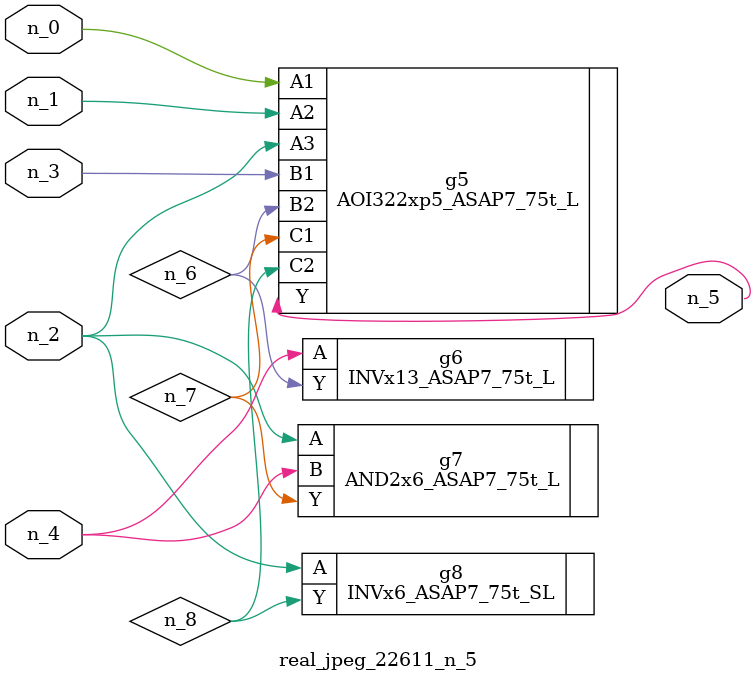
<source format=v>
module real_jpeg_22611_n_5 (n_4, n_0, n_1, n_2, n_3, n_5);

input n_4;
input n_0;
input n_1;
input n_2;
input n_3;

output n_5;

wire n_8;
wire n_6;
wire n_7;

AOI322xp5_ASAP7_75t_L g5 ( 
.A1(n_0),
.A2(n_1),
.A3(n_2),
.B1(n_3),
.B2(n_6),
.C1(n_7),
.C2(n_8),
.Y(n_5)
);

AND2x6_ASAP7_75t_L g7 ( 
.A(n_2),
.B(n_4),
.Y(n_7)
);

INVx6_ASAP7_75t_SL g8 ( 
.A(n_2),
.Y(n_8)
);

INVx13_ASAP7_75t_L g6 ( 
.A(n_4),
.Y(n_6)
);


endmodule
</source>
